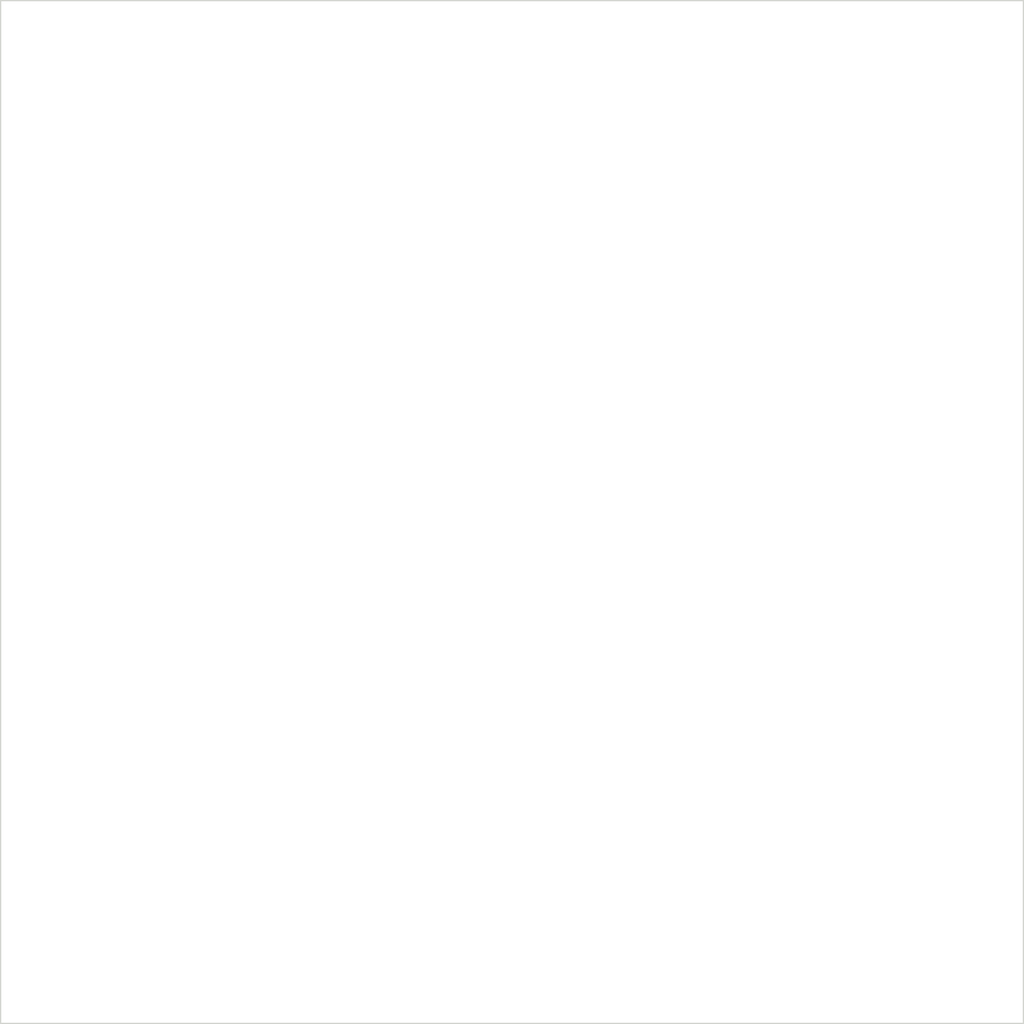
<source format=kicad_pcb>
(kicad_pcb (version 20240108) (generator "pcbnew") (generator_version "8.0")
  (layers (0 "F.Cu" signal) (31 "B.Cu" signal) (34 "B.Paste" user) (35 "F.Paste" user) (36 "B.SilkS" user "B.Silkscreen") (37 "F.SilkS" user "F.Silkscreen") (38 "B.Mask" user) (39 "F.Mask" user) (44 "Edge.Cuts" user))
  (net 0 "")
  (footprint "MountingHole:MountingHole_3.2mm_M3" (layer "F.Cu") (at 100 100)
    (property "Reference" "REF**" (hide yes))
    (property "Value" "MountingHole_3.2mm_M3" (hide yes))
    (pad "" np_thru_hole circle (at 0 0) (size 3.2 3.2) (drill 3.2) (layers "F&B.Cu" "*.Mask"))
  )
  (footprint "MountingHole:MountingHole_3.2mm_M3" (layer "F.Cu") (at 100 24)
    (property "Reference" "REF**" (hide yes))
    (property "Value" "MountingHole_3.2mm_M3" (hide yes))
    (pad "" np_thru_hole circle (at 0 0) (size 3.2 3.2) (drill 3.2) (layers "F&B.Cu" "*.Mask"))
  )
  (footprint "MountingHole:MountingHole_3.2mm_M3" (layer "F.Cu") (at 24 24)
    (property "Reference" "REF**" (hide yes))
    (property "Value" "MountingHole_3.2mm_M3" (hide yes))
    (pad "" np_thru_hole circle (at 0 0) (size 3.2 3.2) (drill 3.2) (layers "*.Cu" "*.Mask"))
  )
  (footprint "MountingHole:MountingHole_3.2mm_M3" (layer "F.Cu") (at 24 100)
    (property "Reference" "REF**" (hide yes))
    (property "Value" "MountingHole_3.2mm_M3" (hide yes))
    (pad "" np_thru_hole circle (at 0 0) (size 3.2 3.2) (drill 3.2) (layers "F&B.Cu" "*.Mask"))
  )
  (gr_rect (start 20 20) (end 104 104) (stroke (width 0.1)) (fill none) (layer "Edge.Cuts"))
)
</source>
